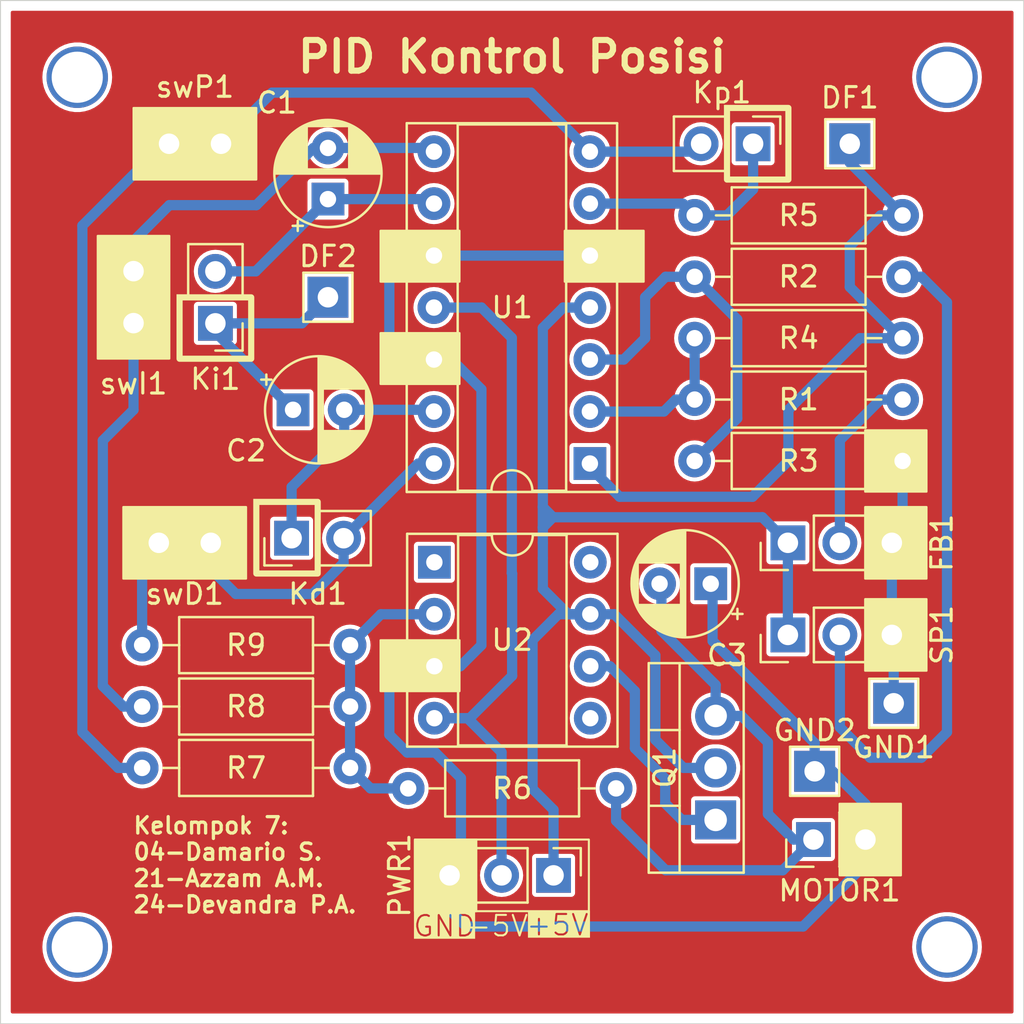
<source format=kicad_pcb>
(kicad_pcb (version 20240108) (generator "pcbnew") (generator_version "8.0")
  (title_block (date "2024-05-29"))
  (layers (0 "F.Cu" signal) (31 "B.Cu" signal) (34 "B.Paste" user) (35 "F.Paste" user) (36 "B.SilkS" user "B.Silkscreen") (37 "F.SilkS" user "F.Silkscreen") (38 "B.Mask" user) (39 "F.Mask" user) (44 "Edge.Cuts" user))
  (net 0 "")
  (net 1 "Net-(Ki1-Pin_2)")
  (net 2 "Net-(swI1-Pin_1)")
  (net 3 "Net-(Kd1-Pin_1)")
  (net 4 "diff out")
  (net 5 "motor+")
  (net 6 "GND")
  (net 7 "feedback")
  (net 8 "+5V")
  (net 9 "Net-(Kd1-Pin_2)")
  (net 10 "Net-(Kp1-Pin_1)")
  (net 11 "Net-(Kp1-Pin_2)")
  (net 12 "-5V")
  (net 13 "Net-(Q1-B)")
  (net 14 "Net-(U1A--)")
  (net 15 "setpoint")
  (net 16 "Net-(U1A-+)")
  (net 17 "sum in")
  (net 18 "Net-(swP1-Pin_2)")
  (net 19 "Net-(swI1-Pin_2)")
  (net 20 "Net-(swD1-Pin_2)")
  (footprint "Resistor_THT:R_Axial_DIN0207_L6.3mm_D2.5mm_P10.16mm_Horizontal" (layer "F.Cu") (at 59.08 28.5 180)
    (property "Reference" "R2" (at 5.08 0 180) (layer "F.SilkS"))
    (property "Value" "1k")
    (pad "1" thru_hole circle (at 0 0 180) (size 1.6 1.6) (drill 0.8) (layers "*.Cu" "*.Mask") (net 15 "setpoint"))
    (pad "2" thru_hole oval (at 10.16 0 180) (size 1.6 1.6) (drill 0.8) (layers "*.Cu" "*.Mask") (net 16 "Net-(U1A-+)"))
  )
  (footprint "Package_DIP:DIP-8_W7.62mm_Socket" (layer "F.Cu") (at 36.2 42.45)
    (property "Reference" "U2" (at 3.8 3.8 0) (layer "F.SilkS"))
    (property "Value" "LM741")
    (pad "1" thru_hole rect (at 0 0) (size 1.6 1.6) (drill 0.8) (layers "*.Cu" "*.Mask"))
    (pad "2" thru_hole oval (at 0 2.54) (size 1.6 1.6) (drill 0.8) (layers "*.Cu" "*.Mask") (net 17 "sum in"))
    (pad "3" thru_hole oval (at 0 5.08) (size 1.6 1.6) (drill 0.8) (layers "*.Cu" "*.Mask") (net 6 "GND"))
    (pad "4" thru_hole oval (at 0 7.62) (size 1.6 1.6) (drill 0.8) (layers "*.Cu" "*.Mask") (net 12 "-5V"))
    (pad "5" thru_hole oval (at 7.62 7.62) (size 1.6 1.6) (drill 0.8) (layers "*.Cu" "*.Mask"))
    (pad "6" thru_hole oval (at 7.62 5.08) (size 1.6 1.6) (drill 0.8) (layers "*.Cu" "*.Mask") (net 13 "Net-(Q1-B)"))
    (pad "7" thru_hole oval (at 7.62 2.54) (size 1.6 1.6) (drill 0.8) (layers "*.Cu" "*.Mask") (net 8 "+5V"))
    (pad "8" thru_hole oval (at 7.62 0) (size 1.6 1.6) (drill 0.8) (layers "*.Cu" "*.Mask"))
  )
  (footprint "Connector_PinHeader_2.54mm:PinHeader_1x02_P2.54mm_Vertical" (layer "F.Cu") (at 25.5 30.775 180)
    (property "Reference" "Ki1" (at 0 -2.725 180) (layer "F.SilkS"))
    (property "Value" "Ki")
    (pad "1" thru_hole rect (at 0 0 180) (size 1.7 1.7) (drill 1) (layers "*.Cu" "*.Mask") (net 4 "diff out"))
    (pad "2" thru_hole oval (at 0 2.54 180) (size 1.7 1.7) (drill 1) (layers "*.Cu" "*.Mask") (net 1 "Net-(Ki1-Pin_2)"))
  )
  (footprint "TestPoint:TestPoint_THTPad_2.0x2.0mm_Drill1.0mm" (layer "F.Cu") (at 58.646343 49.340854)
    (property "Reference" "GND1" (at 0 2.159146 0) (layer "F.SilkS"))
    (property "Value" "GND")
    (pad "1" thru_hole rect (at 0 0) (size 2 2) (drill 1) (layers "*.Cu" "*.Mask") (net 6 "GND"))
  )
  (footprint "TestPoint:TestPoint_THTPad_2.0x2.0mm_Drill1.0mm" (layer "F.Cu") (at 54.782924 52.665039)
    (property "Reference" "GND2" (at 0 -1.998 0) (layer "F.SilkS"))
    (property "Value" "GND")
    (pad "1" thru_hole rect (at 0 0) (size 2 2) (drill 1) (layers "*.Cu" "*.Mask") (net 6 "GND"))
  )
  (footprint "Connector_PinHeader_2.54mm:PinHeader_1x02_P2.54mm_Vertical" (layer "F.Cu") (at 25.275 41.5 -90)
    (property "Reference" "swD1" (at 2.5 1.275 180) (layer "F.SilkS"))
    (property "Value" "sw D")
    (pad "1" thru_hole rect (at 0 0 270) (size 1.7 1.7) (drill 1) (layers "*.Cu" "*.Mask") (net 9 "Net-(Kd1-Pin_2)"))
    (pad "2" thru_hole oval (at 0 2.54 270) (size 1.7 1.7) (drill 1) (layers "*.Cu" "*.Mask") (net 20 "Net-(swD1-Pin_2)"))
  )
  (footprint "Resistor_THT:R_Axial_DIN0207_L6.3mm_D2.5mm_P10.16mm_Horizontal" (layer "F.Cu") (at 21.92 49.5)
    (property "Reference" "R8" (at 5.08 0 0) (layer "F.SilkS"))
    (property "Value" "1k")
    (pad "1" thru_hole circle (at 0 0) (size 1.6 1.6) (drill 0.8) (layers "*.Cu" "*.Mask") (net 19 "Net-(swI1-Pin_2)"))
    (pad "2" thru_hole oval (at 10.16 0) (size 1.6 1.6) (drill 0.8) (layers "*.Cu" "*.Mask") (net 17 "sum in"))
  )
  (footprint "Connector_PinHeader_2.54mm:PinHeader_1x02_P2.54mm_Vertical" (layer "F.Cu") (at 21.5 28.225)
    (property "Reference" "swI1" (at 0 5.5 0) (layer "F.SilkS"))
    (property "Value" "swI")
    (pad "1" thru_hole rect (at 0 0) (size 1.7 1.7) (drill 1) (layers "*.Cu" "*.Mask") (net 2 "Net-(swI1-Pin_1)"))
    (pad "2" thru_hole oval (at 0 2.54) (size 1.7 1.7) (drill 1) (layers "*.Cu" "*.Mask") (net 19 "Net-(swI1-Pin_2)"))
  )
  (footprint "Resistor_THT:R_Axial_DIN0207_L6.3mm_D2.5mm_P10.16mm_Horizontal" (layer "F.Cu") (at 48.92 31.5)
    (property "Reference" "R4" (at 5.08 0 0) (layer "F.SilkS"))
    (property "Value" "1k")
    (pad "1" thru_hole circle (at 0 0) (size 1.6 1.6) (drill 0.8) (layers "*.Cu" "*.Mask") (net 14 "Net-(U1A--)"))
    (pad "2" thru_hole oval (at 10.16 0) (size 1.6 1.6) (drill 0.8) (layers "*.Cu" "*.Mask") (net 4 "diff out"))
  )
  (footprint "TestPoint:TestPoint_THTPad_2.0x2.0mm_Drill1.0mm" (layer "F.Cu") (at 31 29.5)
    (property "Reference" "DF2" (at 0 -1.998 0) (layer "F.SilkS"))
    (property "Value" "diffout")
    (pad "1" thru_hole rect (at 0 0) (size 2 2) (drill 1) (layers "*.Cu" "*.Mask") (net 4 "diff out"))
  )
  (footprint "Resistor_THT:R_Axial_DIN0207_L6.3mm_D2.5mm_P10.16mm_Horizontal" (layer "F.Cu") (at 21.92 52.5)
    (property "Reference" "R7" (at 5.08 0 0) (layer "F.SilkS"))
    (property "Value" "1k")
    (pad "1" thru_hole circle (at 0 0) (size 1.6 1.6) (drill 0.8) (layers "*.Cu" "*.Mask") (net 18 "Net-(swP1-Pin_2)"))
    (pad "2" thru_hole oval (at 10.16 0) (size 1.6 1.6) (drill 0.8) (layers "*.Cu" "*.Mask") (net 17 "sum in"))
  )
  (footprint "Package_TO_SOT_THT:TO-220-3_Vertical" (layer "F.Cu") (at 49.945 55.04 90)
    (property "Reference" "Q1" (at 2.555305 -2.486706 -90) (layer "F.SilkS"))
    (property "Value" "TIP41C")
    (pad "1" thru_hole rect (at 0 0 90) (size 1.905 2) (drill 1.1) (layers "*.Cu" "*.Mask") (net 13 "Net-(Q1-B)"))
    (pad "2" thru_hole oval (at 2.54 0 90) (size 1.905 2) (drill 1.1) (layers "*.Cu" "*.Mask") (net 8 "+5V"))
    (pad "3" thru_hole oval (at 5.08 0 90) (size 1.905 2) (drill 1.1) (layers "*.Cu" "*.Mask") (net 5 "motor+"))
  )
  (footprint "Package_DIP:DIP-14_W7.62mm_Socket" (layer "F.Cu") (at 43.8 37.625 180)
    (property "Reference" "U1" (at 3.8 7.625 180) (layer "F.SilkS"))
    (property "Value" "LM324")
    (pad "1" thru_hole rect (at 0 0 180) (size 1.6 1.6) (drill 0.8) (layers "*.Cu" "*.Mask") (net 4 "diff out"))
    (pad "2" thru_hole oval (at 0 2.54 180) (size 1.6 1.6) (drill 0.8) (layers "*.Cu" "*.Mask") (net 14 "Net-(U1A--)"))
    (pad "3" thru_hole oval (at 0 5.08 180) (size 1.6 1.6) (drill 0.8) (layers "*.Cu" "*.Mask") (net 16 "Net-(U1A-+)"))
    (pad "4" thru_hole oval (at 0 7.62 180) (size 1.6 1.6) (drill 0.8) (layers "*.Cu" "*.Mask") (net 8 "+5V"))
    (pad "5" thru_hole oval (at 0 10.16 180) (size 1.6 1.6) (drill 0.8) (layers "*.Cu" "*.Mask") (net 6 "GND"))
    (pad "6" thru_hole oval (at 0 12.7 180) (size 1.6 1.6) (drill 0.8) (layers "*.Cu" "*.Mask") (net 10 "Net-(Kp1-Pin_1)"))
    (pad "7" thru_hole oval (at 0 15.24 180) (size 1.6 1.6) (drill 0.8) (layers "*.Cu" "*.Mask") (net 11 "Net-(Kp1-Pin_2)"))
    (pad "8" thru_hole oval (at 7.62 15.24 180) (size 1.6 1.6) (drill 0.8) (layers "*.Cu" "*.Mask") (net 2 "Net-(swI1-Pin_1)"))
    (pad "9" thru_hole oval (at 7.62 12.7 180) (size 1.6 1.6) (drill 0.8) (layers "*.Cu" "*.Mask") (net 1 "Net-(Ki1-Pin_2)"))
    (pad "10" thru_hole oval (at 7.62 10.16 180) (size 1.6 1.6) (drill 0.8) (layers "*.Cu" "*.Mask") (net 6 "GND"))
    (pad "11" thru_hole oval (at 7.62 7.62 180) (size 1.6 1.6) (drill 0.8) (layers "*.Cu" "*.Mask") (net 12 "-5V"))
    (pad "12" thru_hole oval (at 7.62 5.08 180) (size 1.6 1.6) (drill 0.8) (layers "*.Cu" "*.Mask") (net 6 "GND"))
    (pad "13" thru_hole oval (at 7.62 2.54 180) (size 1.6 1.6) (drill 0.8) (layers "*.Cu" "*.Mask") (net 3 "Net-(Kd1-Pin_1)"))
    (pad "14" thru_hole oval (at 7.62 0 180) (size 1.6 1.6) (drill 0.8) (layers "*.Cu" "*.Mask") (net 9 "Net-(Kd1-Pin_2)"))
  )
  (footprint "Capacitor_THT:CP_Radial_D5.0mm_P2.50mm" (layer "F.Cu") (at 31 24.70511 90)
    (property "Reference" "C1" (at 4.70511 -2.5 0) (layer "F.SilkS"))
    (property "Value" "10uF")
    (pad "1" thru_hole rect (at 0 0 90) (size 1.6 1.6) (drill 0.8) (layers "*.Cu" "*.Mask") (net 1 "Net-(Ki1-Pin_2)"))
    (pad "2" thru_hole circle (at 2.5 0 90) (size 1.6 1.6) (drill 0.8) (layers "*.Cu" "*.Mask") (net 2 "Net-(swI1-Pin_1)"))
  )
  (footprint "Capacitor_THT:CP_Radial_D5.0mm_P2.50mm" (layer "F.Cu") (at 49.705113 43.499999 180)
    (property "Reference" "C3" (at -0.794888 -3.5 180) (layer "F.SilkS"))
    (property "Value" "10uF")
    (pad "1" thru_hole rect (at 0 0 180) (size 1.6 1.6) (drill 0.8) (layers "*.Cu" "*.Mask") (net 6 "GND"))
    (pad "2" thru_hole circle (at 2.5 0 180) (size 1.6 1.6) (drill 0.8) (layers "*.Cu" "*.Mask") (net 5 "motor+"))
  )
  (footprint "Connector_PinHeader_2.54mm:PinHeader_1x03_P2.54mm_Vertical" (layer "F.Cu") (at 53.475 46 90)
    (property "Reference" "SP1" (at 0 7.525 -90) (layer "F.SilkS"))
    (property "Value" "setpoint")
    (pad "1" thru_hole rect (at 0 0 90) (size 1.7 1.7) (drill 1) (layers "*.Cu" "*.Mask") (net 8 "+5V"))
    (pad "2" thru_hole oval (at 0 2.54 90) (size 1.7 1.7) (drill 1) (layers "*.Cu" "*.Mask") (net 15 "setpoint"))
    (pad "3" thru_hole oval (at 0 5.08 90) (size 1.7 1.7) (drill 1) (layers "*.Cu" "*.Mask") (net 6 "GND"))
  )
  (footprint "Capacitor_THT:CP_Radial_D5.0mm_P2.50mm" (layer "F.Cu") (at 29.294888 35)
    (property "Reference" "C2" (at -2.294888 2 0) (layer "F.SilkS"))
    (property "Value" "10uF")
    (pad "1" thru_hole rect (at 0 0) (size 1.6 1.6) (drill 0.8) (layers "*.Cu" "*.Mask") (net 4 "diff out"))
    (pad "2" thru_hole circle (at 2.5 0) (size 1.6 1.6) (drill 0.8) (layers "*.Cu" "*.Mask") (net 3 "Net-(Kd1-Pin_1)"))
  )
  (footprint "Connector_PinHeader_2.54mm:PinHeader_1x02_P2.54mm_Vertical" (layer "F.Cu") (at 29.225 41.275 90)
    (property "Reference" "Kd1" (at -2.725 1.275 0) (layer "F.SilkS"))
    (property "Value" "Kd")
    (pad "1" thru_hole rect (at 0 0 90) (size 1.7 1.7) (drill 1) (layers "*.Cu" "*.Mask") (net 3 "Net-(Kd1-Pin_1)"))
    (pad "2" thru_hole oval (at 0 2.54 90) (size 1.7 1.7) (drill 1) (layers "*.Cu" "*.Mask") (net 9 "Net-(Kd1-Pin_2)"))
  )
  (footprint "Resistor_THT:R_Axial_DIN0207_L6.3mm_D2.5mm_P10.16mm_Horizontal" (layer "F.Cu") (at 59.08 34.5 180)
    (property "Reference" "R1" (at 5.08 0 180) (layer "F.SilkS"))
    (property "Value" "1k")
    (pad "1" thru_hole circle (at 0 0 180) (size 1.6 1.6) (drill 0.8) (layers "*.Cu" "*.Mask") (net 7 "feedback"))
    (pad "2" thru_hole oval (at 10.16 0 180) (size 1.6 1.6) (drill 0.8) (layers "*.Cu" "*.Mask") (net 14 "Net-(U1A--)"))
  )
  (footprint "Resistor_THT:R_Axial_DIN0207_L6.3mm_D2.5mm_P10.16mm_Horizontal" (layer "F.Cu") (at 48.92 37.5)
    (property "Reference" "R3" (at 5.08 0 0) (layer "F.SilkS"))
    (property "Value" "1k")
    (pad "1" thru_hole circle (at 0 0) (size 1.6 1.6) (drill 0.8) (layers "*.Cu" "*.Mask") (net 16 "Net-(U1A-+)"))
    (pad "2" thru_hole oval (at 10.16 0) (size 1.6 1.6) (drill 0.8) (layers "*.Cu" "*.Mask") (net 6 "GND"))
  )
  (footprint "Resistor_THT:R_Axial_DIN0207_L6.3mm_D2.5mm_P10.16mm_Horizontal" (layer "F.Cu") (at 34.92 53.5)
    (property "Reference" "R6" (at 5.08 0 0) (layer "F.SilkS"))
    (property "Value" "1k")
    (pad "1" thru_hole circle (at 0 0) (size 1.6 1.6) (drill 0.8) (layers "*.Cu" "*.Mask") (net 17 "sum in"))
    (pad "2" thru_hole oval (at 10.16 0) (size 1.6 1.6) (drill 0.8) (layers "*.Cu" "*.Mask") (net 5 "motor+"))
  )
  (footprint "Connector_PinHeader_2.54mm:PinHeader_1x03_P2.54mm_Vertical" (layer "F.Cu") (at 53.475 41.5 90)
    (property "Reference" "FB1" (at 0 7.525 -90) (layer "F.SilkS"))
    (property "Value" "feedback")
    (pad "1" thru_hole rect (at 0 0 90) (size 1.7 1.7) (drill 1) (layers "*.Cu" "*.Mask") (net 8 "+5V"))
    (pad "2" thru_hole oval (at 0 2.54 90) (size 1.7 1.7) (drill 1) (layers "*.Cu" "*.Mask") (net 7 "feedback"))
    (pad "3" thru_hole oval (at 0 5.08 90) (size 1.7 1.7) (drill 1) (layers "*.Cu" "*.Mask") (net 6 "GND"))
  )
  (footprint "Connector_PinHeader_2.54mm:PinHeader_1x02_P2.54mm_Vertical" (layer "F.Cu") (at 25.775 22 -90)
    (property "Reference" "swP1" (at -2.775 1.275 180) (layer "F.SilkS"))
    (property "Value" "sw P")
    (pad "1" thru_hole rect (at 0 0 270) (size 1.7 1.7) (drill 1) (layers "*.Cu" "*.Mask") (net 11 "Net-(Kp1-Pin_2)"))
    (pad "2" thru_hole oval (at 0 2.54 270) (size 1.7 1.7) (drill 1) (layers "*.Cu" "*.Mask") (net 18 "Net-(swP1-Pin_2)"))
  )
  (footprint "Connector_PinHeader_2.54mm:PinHeader_1x03_P2.54mm_Vertical" (layer "F.Cu") (at 42.025 57.75 -90)
    (property "Reference" "PWR1" (at 0 7.525 90) (layer "F.SilkS"))
    (property "Value" "power")
    (pad "1" thru_hole rect (at 0 0 270) (size 1.7 1.7) (drill 1) (layers "*.Cu" "*.Mask") (net 8 "+5V"))
    (pad "2" thru_hole oval (at 0 2.54 270) (size 1.7 1.7) (drill 1) (layers "*.Cu" "*.Mask") (net 12 "-5V"))
    (pad "3" thru_hole oval (at 0 5.08 270) (size 1.7 1.7) (drill 1) (layers "*.Cu" "*.Mask") (net 6 "GND"))
  )
  (footprint "Connector_PinHeader_2.54mm:PinHeader_1x02_P2.54mm_Vertical" (layer "F.Cu") (at 54.725 56 90)
    (property "Reference" "MOTOR1" (at -2.5 1.275 0) (layer "F.SilkS"))
    (property "Value" "motor")
    (pad "1" thru_hole rect (at 0 0 90) (size 1.7 1.7) (drill 1) (layers "*.Cu" "*.Mask") (net 5 "motor+"))
    (pad "2" thru_hole oval (at 0 2.54 90) (size 1.7 1.7) (drill 1) (layers "*.Cu" "*.Mask") (net 6 "GND"))
  )
  (footprint "TestPoint:TestPoint_THTPad_2.0x2.0mm_Drill1.0mm" (layer "F.Cu") (at 56.5 22)
    (property "Reference" "DF1" (at 0 -2.25 0) (layer "F.SilkS"))
    (property "Value" "diffout")
    (pad "1" thru_hole rect (at 0 0) (size 2 2) (drill 1) (layers "*.Cu" "*.Mask") (net 4 "diff out"))
  )
  (footprint "Connector_PinHeader_2.54mm:PinHeader_1x02_P2.54mm_Vertical" (layer "F.Cu") (at 51.775 22 -90)
    (property "Reference" "Kp1" (at -2.5 1.525 180) (layer "F.SilkS"))
    (property "Value" "Kp")
    (pad "1" thru_hole rect (at 0 0 270) (size 1.7 1.7) (drill 1) (layers "*.Cu" "*.Mask") (net 10 "Net-(Kp1-Pin_1)"))
    (pad "2" thru_hole oval (at 0 2.54 270) (size 1.7 1.7) (drill 1) (layers "*.Cu" "*.Mask") (net 11 "Net-(Kp1-Pin_2)"))
  )
  (footprint "Resistor_THT:R_Axial_DIN0207_L6.3mm_D2.5mm_P10.16mm_Horizontal" (layer "F.Cu") (at 21.92 46.5)
    (property "Reference" "R9" (at 5.08 0 0) (layer "F.SilkS"))
    (property "Value" "1k")
    (pad "1" thru_hole circle (at 0 0) (size 1.6 1.6) (drill 0.8) (layers "*.Cu" "*.Mask") (net 20 "Net-(swD1-Pin_2)"))
    (pad "2" thru_hole oval (at 10.16 0) (size 1.6 1.6) (drill 0.8) (layers "*.Cu" "*.Mask") (net 17 "sum in"))
  )
  (footprint "Resistor_THT:R_Axial_DIN0207_L6.3mm_D2.5mm_P10.16mm_Horizontal" (layer "F.Cu") (at 59.08 25.5 180)
    (property "Reference" "R5" (at 5.08 0 180) (layer "F.SilkS"))
    (property "Value" "1k")
    (pad "1" thru_hole circle (at 0 0 180) (size 1.6 1.6) (drill 0.8) (layers "*.Cu" "*.Mask") (net 4 "diff out"))
    (pad "2" thru_hole oval (at 10.16 0 180) (size 1.6 1.6) (drill 0.8) (layers "*.Cu" "*.Mask") (net 10 "Net-(Kp1-Pin_1)"))
  )
  (gr_rect (start 35.25 56) (end 43.75 59.5) (stroke (width 0.1)) (fill none) (layer "F.SilkS"))
  (gr_rect (start 33.57 31.25) (end 37.43 33.74) (stroke (width 0.1)) (fill solid) (layer "F.SilkS"))
  (gr_rect (start 57.25 36) (end 60.25 39) (stroke (width 0.1)) (fill solid) (layer "F.SilkS"))
  (gr_rect (start 56 54.25) (end 59 57.75) (stroke (width 0.1)) (fill solid) (layer "F.SilkS"))
  (gr_rect (start 57.25 44.25) (end 60.25 47.75) (stroke (width 0.1)) (fill solid) (layer "F.SilkS"))
  (gr_rect (start 33.57 26.25) (end 37.43 28.74) (stroke (width 0.1)) (fill solid) (layer "F.SilkS"))
  (gr_rect (start 57.25 39.75) (end 60.25 43.25) (stroke (width 0.1)) (fill solid) (layer "F.SilkS"))
  (gr_rect (start 19.75 26.5) (end 23.25 32.5) (stroke (width 0.1)) (fill solid) (layer "F.SilkS"))
  (gr_rect (start 50.5 20.25) (end 53.5 23.75) (stroke (width 0.3)) (fill none) (layer "F.SilkS"))
  (gr_rect (start 42.57 26.25) (end 46.43 28.74) (stroke (width 0.1)) (fill solid) (layer "F.SilkS"))
  (gr_rect (start 35.25 56) (end 38.25 59.5) (stroke (width 0.1)) (fill solid) (layer "F.SilkS"))
  (gr_rect (start 33.57 46.26) (end 37.43 48.75) (stroke (width 0.1)) (fill solid) (layer "F.SilkS"))
  (gr_rect (start 27.5 39.5) (end 30.5 43) (stroke (width 0.3)) (fill none) (layer "F.SilkS"))
  (gr_rect (start 21.5 20.25) (end 27.5 23.75) (stroke (width 0.1)) (fill solid) (layer "F.SilkS"))
  (gr_rect (start 23.75 29.505) (end 27.25 32.505) (stroke (width 0.3)) (fill none) (layer "F.SilkS"))
  (gr_rect (start 21 39.75) (end 27 43.25) (stroke (width 0.1)) (fill solid) (layer "F.SilkS"))
  (gr_rect (start 15 15) (end 65 65) (stroke (width 0.05)) (fill none) (layer "Edge.Cuts"))
  (gr_text "GND\n" (at 36.697606 60.229042 0) (layer "F.SilkS" knockout) (effects (font (size 1 1) (thickness 0.1))))
  (gr_text "-5V" (at 39.269468 60.223803 0) (layer "F.SilkS") (effects (font (size 1 1) (thickness 0.1))))
  (gr_text "+5V" (at 42.215586 60.178137 0) (layer "F.SilkS" knockout) (effects (font (size 1 1) (thickness 0.1))))
  (gr_text "PID Kontrol Posisi" (at 40 17.75 0) (layer "F.SilkS") (effects (font (size 1.5 1.5) (thickness 0.3) (bold yes))))
  (gr_text_box "Kelompok 7:\n04-Damario S.\n21-Azzam A.M.\n24-Devandra P.A." (start 20.8125 54.25) (end 33.1875 59.25) (layer "F.SilkS") (effects (font (size 0.8 0.8) (thickness 0.16) (bold yes)) (justify left top)) (border no))
  (via (at 18.75 18.75) (size 3) (drill 2.5) (layers "F.Cu" "B.Cu") (net 0))
  (via (at 61.25 61.25) (size 3) (drill 2.5) (layers "F.Cu" "B.Cu") (net 0))
  (via (at 18.75 61.25) (size 3) (drill 2.5) (layers "F.Cu" "B.Cu") (net 0))
  (via (at 61.25 18.75) (size 3) (drill 2.5) (layers "F.Cu" "B.Cu") (net 0))
  (segment (start 27.47011 28.235) (end 31 24.70511) (width 0.5) (layer "B.Cu") (net 1))
  (segment (start 35.96011 24.70511) (end 36.18 24.925) (width 0.5) (layer "B.Cu") (net 1))
  (segment (start 31 24.70511) (end 35.96011 24.70511) (width 0.5) (layer "B.Cu") (net 1))
  (segment (start 25.5 28.235) (end 27.47011 28.235) (width 0.5) (layer "B.Cu") (net 1))
  (segment (start 36.00011 22.20511) (end 36.18 22.385) (width 0.5) (layer "B.Cu") (net 2))
  (segment (start 21.5 28.225) (end 21.5 28) (width 0.5) (layer "B.Cu") (net 2))
  (segment (start 23.25 25) (end 21.5 26.75) (width 0.5) (layer "B.Cu") (net 2))
  (segment (start 31 22.20511) (end 30.29489 22.20511) (width 0.5) (layer "B.Cu") (net 2))
  (segment (start 21.5 26.75) (end 21.5 28.225) (width 0.5) (layer "B.Cu") (net 2))
  (segment (start 31 22.20511) (end 36.00011 22.20511) (width 0.5) (layer "B.Cu") (net 2))
  (segment (start 30.29489 22.20511) (end 27.5 25) (width 0.5) (layer "B.Cu") (net 2))
  (segment (start 27.5 25) (end 23.25 25) (width 0.5) (layer "B.Cu") (net 2))
  (segment (start 31.794888 35) (end 36.095 35) (width 0.5) (layer "B.Cu") (net 3))
  (segment (start 31.794888 35) (end 31.794888 36.205112) (width 0.5) (layer "B.Cu") (net 3))
  (segment (start 29.225 38.775) (end 29.225 41.275) (width 0.5) (layer "B.Cu") (net 3))
  (segment (start 31.794888 36.205112) (end 29.225 38.775) (width 0.5) (layer "B.Cu") (net 3))
  (segment (start 36.095 35) (end 36.18 35.085) (width 0.5) (layer "B.Cu") (net 3))
  (segment (start 43.8 37.625) (end 43.8 37.8) (width 0.5) (layer "B.Cu") (net 4))
  (segment (start 45.25 39.25) (end 51.75 39.25) (width 0.5) (layer "B.Cu") (net 4))
  (segment (start 25.5 31.205112) (end 29.294888 35) (width 0.5) (layer "B.Cu") (net 4))
  (segment (start 43.8 37.8) (end 45.25 39.25) (width 0.5) (layer "B.Cu") (net 4))
  (segment (start 57 31.5) (end 59.08 31.5) (width 0.5) (layer "B.Cu") (net 4))
  (segment (start 58 25.5) (end 59.08 25.5) (width 0.5) (layer "B.Cu") (net 4))
  (segment (start 29.725 30.775) (end 31 29.5) (width 0.5) (layer "B.Cu") (net 4))
  (segment (start 56.5 22.92) (end 59.08 25.5) (width 0.5) (layer "B.Cu") (net 4))
  (segment (start 53.5 37.5) (end 53.5 35) (width 0.5) (layer "B.Cu") (net 4))
  (segment (start 53.5 35) (end 57 31.5) (width 0.5) (layer "B.Cu") (net 4))
  (segment (start 25.5 30.775) (end 25.5 31.205112) (width 0.5) (layer "B.Cu") (net 4))
  (segment (start 59 31.5) (end 56.5 29) (width 0.5) (layer "B.Cu") (net 4))
  (segment (start 56.5 22) (end 56.5 22.92) (width 0.5) (layer "B.Cu") (net 4))
  (segment (start 59.08 31.5) (end 59 31.5) (width 0.5) (layer "B.Cu") (net 4))
  (segment (start 56.5 29) (end 56.5 27) (width 0.5) (layer "B.Cu") (net 4))
  (segment (start 56.5 27) (end 58 25.5) (width 0.5) (layer "B.Cu") (net 4))
  (segment (start 51.75 39.25) (end 53.5 37.5) (width 0.5) (layer "B.Cu") (net 4))
  (segment (start 25.5 30.775) (end 29.725 30.775) (width 0.5) (layer "B.Cu") (net 4))
  (segment (start 52.5 51.25) (end 52.5 54.75) (width 0.5) (layer "B.Cu") (net 5))
  (segment (start 52.5 54.75) (end 53.75 56) (width 0.5) (layer "B.Cu") (net 5))
  (segment (start 47.294888 45.794888) (end 47.294888 43.5) (width 0.5) (layer "B.Cu") (net 5))
  (segment (start 49.945 49.96) (end 51.21 49.96) (width 0.5) (layer "B.Cu") (net 5))
  (segment (start 47.5 57.5) (end 53.225 57.5) (width 0.5) (layer "B.Cu") (net 5))
  (segment (start 45.08 55.08) (end 47.5 57.5) (width 0.5) (layer "B.Cu") (net 5))
  (segment (start 53.75 56) (end 54.725 56) (width 0.5) (layer "B.Cu") (net 5))
  (segment (start 53.225 57.5) (end 54.725 56) (width 0.5) (layer "B.Cu") (net 5))
  (segment (start 51.21 49.96) (end 52.5 51.25) (width 0.5) (layer "B.Cu") (net 5))
  (segment (start 49.945 49.96) (end 49.945 48.445) (width 0.5) (layer "B.Cu") (net 5))
  (segment (start 45.08 53.5) (end 45.08 55.08) (width 0.5) (layer "B.Cu") (net 5))
  (segment (start 49.945 48.445) (end 47.294888 45.794888) (width 0.5) (layer "B.Cu") (net 5))
  (segment (start 58.555 41.5) (end 58.555 46) (width 0.5) (layer "B.Cu") (net 6))
  (segment (start 37.5 57.195) (end 37.5 53) (width 0.5) (layer "B.Cu") (net 6))
  (segment (start 37.47 47.53) (end 38.5 46.5) (width 0.5) (layer "B.Cu") (net 6))
  (segment (start 36.18 27.465) (end 43.8 27.465) (width 0.5) (layer "B.Cu") (net 6))
  (segment (start 54.782924 51.282924) (end 54.782924 52.665039) (width 0.5) (layer "B.Cu") (net 6))
  (segment (start 59.08 40.975) (end 58.555 41.5) (width 0.5) (layer "B.Cu") (net 6))
  (segment (start 34 48.25) (end 34.72 47.53) (width 0.5) (layer "B.Cu") (net 6))
  (segment (start 34 31.5) (end 35.045 32.545) (width 0.5) (layer "B.Cu") (net 6))
  (segment (start 58.646343 49.340854) (end 58.646343 46.091343) (width 0.5) (layer "B.Cu") (net 6))
  (segment (start 57.265 54.265) (end 57.265 56) (width 0.5) (layer "B.Cu") (net 6))
  (segment (start 54.782924 52.665039) (end 55.665039 52.665039) (width 0.5) (layer "B.Cu") (net 6))
  (segment (start 34.875 51.75) (end 34 50.875) (width 0.5) (layer "B.Cu") (net 6))
  (segment (start 36.25 51.75) (end 34.875 51.75) (width 0.5) (layer "B.Cu") (net 6))
  (segment (start 55.665039 52.665039) (end 57.265 54.265) (width 0.5) (layer "B.Cu") (net 6))
  (segment (start 36.945 59.445) (end 36.945 57.75) (width 0.5) (layer "B.Cu") (net 6))
  (segment (start 35.045 32.545) (end 36.18 32.545) (width 0.5) (layer "B.Cu") (net 6))
  (segment (start 34 28.5) (end 34 31.5) (width 0.5) (layer "B.Cu") (net 6))
  (segment (start 49.794888 43.5) (end 49.794888 46.294888) (width 0.5) (layer "B.Cu") (net 6))
  (segment (start 58.646343 46.091343) (end 58.555 46) (width 0.5) (layer "B.Cu") (net 6))
  (segment (start 49.794888 46.294888) (end 54.782924 51.282924) (width 0.5) (layer "B.Cu") (net 6))
  (segment (start 38.5 46.5) (end 38.5 34) (width 0.5) (layer "B.Cu") (net 6))
  (segment (start 34.72 47.53) (end 36.2 47.53) (width 0.5) (layer "B.Cu") (net 6))
  (segment (start 36.18 27.465) (end 35.035 27.465) (width 0.5) (layer "B.Cu") (net 6))
  (segment (start 37.045 32.545) (end 36.18 32.545) (width 0.5) (layer "B.Cu") (net 6))
  (segment (start 34 50.875) (end 34 48.25) (width 0.5) (layer "B.Cu") (net 6))
  (segment (start 57.265 56) (end 57.265 57.202081) (width 0.5) (layer "B.Cu") (net 6))
  (segment (start 57.265 57.202081) (end 54.217081 60.25) (width 0.5) (layer "B.Cu") (net 6))
  (segment (start 37.75 60.25) (end 36.945 59.445) (width 0.5) (layer "B.Cu") (net 6))
  (segment (start 59.08 37.5) (end 59.08 40.975) (width 0.5) (layer "B.Cu") (net 6))
  (segment (start 37.5 53) (end 36.25 51.75) (width 0.5) (layer "B.Cu") (net 6))
  (segment (start 36.2 47.53) (end 37.47 47.53) (width 0.5) (layer "B.Cu") (net 6))
  (segment (start 36.945 57.75) (end 37.5 57.195) (width 0.5) (layer "B.Cu") (net 6))
  (segment (start 35.035 27.465) (end 34 28.5) (width 0.5) (layer "B.Cu") (net 6))
  (segment (start 38.5 34) (end 37.045 32.545) (width 0.5) (layer "B.Cu") (net 6))
  (segment (start 54.217081 60.25) (end 37.75 60.25) (width 0.5) (layer "B.Cu") (net 6))
  (segment (start 56.015 36.485) (end 58 34.5) (width 0.5) (layer "B.Cu") (net 7))
  (segment (start 58 34.5) (end 59.08 34.5) (width 0.5) (layer "B.Cu") (net 7))
  (segment (start 56.015 41.5) (end 56.015 36.485) (width 0.5) (layer "B.Cu") (net 7))
  (segment (start 42 40.25) (end 41.5 40.75) (width 0.5) (layer "B.Cu") (net 8))
  (segment (start 53.475 41.5) (end 53.475 46) (width 0.5) (layer "B.Cu") (net 8))
  (segment (start 41.5 40.75) (end 41.5 41.5) (width 0.5) (layer "B.Cu") (net 8))
  (segment (start 42.025 57.75) (end 42.025 54.55) (width 0.5) (layer "B.Cu") (net 8))
  (segment (start 47 47) (end 47 51.125) (width 0.5) (layer "B.Cu") (net 8))
  (segment (start 43.82 44.99) (end 44.99 44.99) (width 0.5) (layer "B.Cu") (net 8))
  (segment (start 41.5 31) (end 41.5 39.75) (width 0.5) (layer "B.Cu") (net 8))
  (segment (start 41.5 39.75) (end 41.5 40.75) (width 0.5) (layer "B.Cu") (net 8))
  (segment (start 42.26 44.99) (end 43.82 44.99) (width 0.5) (layer "B.Cu") (net 8))
  (segment (start 42.505 30.005) (end 42.5 30) (width 0.5) (layer "B.Cu") (net 8))
  (segment (start 41 53.525) (end 41 46.25) (width 0.5) (layer "B.Cu") (net 8))
  (segment (start 53.475 41.5) (end 52.225 40.25) (width 0.5) (layer "B.Cu") (net 8))
  (segment (start 41.5 42.25) (end 41.5 43.75) (width 0.5) (layer "B.Cu") (net 8))
  (segment (start 42.74 44.99) (end 41.5 43.75) (width 0.5) (layer "B.Cu") (net 8))
  (segment (start 52.225 40.25) (end 42 40.25) (width 0.5) (layer "B.Cu") (net 8))
  (segment (start 48.375 52.5) (end 49.945 52.5) (width 0.5) (layer "B.Cu") (net 8))
  (segment (start 42 40.25) (end 41.5 39.75) (width 0.5) (layer "B.Cu") (net 8))
  (segment (start 44.99 44.99) (end 47 47) (width 0.5) (layer "B.Cu") (net 8))
  (segment (start 42.5 30) (end 41.5 31) (width 0.5) (layer "B.Cu") (net 8))
  (segment (start 43.8 30.005) (end 42.505 30.005) (width 0.5) (layer "B.Cu") (net 8))
  (segment (start 42.025 54.55) (end 41 53.525) (width 0.5) (layer "B.Cu") (net 8))
  (segment (start 43.82 44.99) (end 42.74 44.99) (width 0.5) (layer "B.Cu") (net 8))
  (segment (start 41 46.25) (end 42.26 44.99) (width 0.5) (layer "B.Cu") (net 8))
  (segment (start 47 51.125) (end 48.375 52.5) (width 0.5) (layer "B.Cu") (net 8))
  (segment (start 41.5 41.5) (end 41.5 42.25) (width 0.5) (layer "B.Cu") (net 8))
  (segment (start 30.25 44) (end 31.765 42.485) (width 0.5) (layer "B.Cu") (net 9))
  (segment (start 26.5 44) (end 30.25 44) (width 0.5) (layer "B.Cu") (net 9))
  (segment (start 35.415 37.625) (end 36.18 37.625) (width 0.5) (layer "B.Cu") (net 9))
  (segment (start 31.765 41.275) (end 35.415 37.625) (width 0.5) (layer "B.Cu") (net 9))
  (segment (start 25.275 42.775) (end 26.5 44) (width 0.5) (layer "B.Cu") (net 9))
  (segment (start 31.765 42.485) (end 31.765 41.275) (width 0.5) (layer "B.Cu") (net 9))
  (segment (start 25.275 41.5) (end 25.275 42.775) (width 0.5) (layer "B.Cu") (net 9))
  (segment (start 48.92 25.5) (end 50.5 25.5) (width 0.5) (layer "B.Cu") (net 10))
  (segment (start 48.345 24.925) (end 48.92 25.5) (width 0.5) (layer "B.Cu") (net 10))
  (segment (start 50.5 25.5) (end 51.775 24.225) (width 0.5) (layer "B.Cu") (net 10))
  (segment (start 43.8 24.925) (end 48.345 24.925) (width 0.5) (layer "B.Cu") (net 10))
  (segment (start 51.775 24.225) (end 51.775 22) (width 0.5) (layer "B.Cu") (net 10))
  (segment (start 40.915 19.5) (end 43.8 22.385) (width 0.5) (layer "B.Cu") (net 11))
  (segment (start 43.8 22.385) (end 48.85 22.385) (width 0.5) (layer "B.Cu") (net 11))
  (segment (start 25.775 22) (end 28.275 19.5) (width 0.5) (layer "B.Cu") (net 11))
  (segment (start 26.25 22) (end 25.775 22) (width 0.5) (layer "B.Cu") (net 11))
  (segment (start 28.275 19.5) (end 40.915 19.5) (width 0.5) (layer "B.Cu") (net 11))
  (segment (start 48.85 22.385) (end 49.235 22) (width 0.5) (layer "B.Cu") (net 11))
  (segment (start 39.485 51.735) (end 39.485 57.75) (width 0.5) (layer "B.Cu") (net 12))
  (segment (start 37.82 50.07) (end 39.485 51.735) (width 0.5) (layer "B.Cu") (net 12))
  (segment (start 40 43) (end 39.985 42.985) (width 0.5) (layer "B.Cu") (net 12))
  (segment (start 39.985 31.485) (end 38.5 30) (width 0.5) (layer "B.Cu") (net 12))
  (segment (start 39.985 42.985) (end 39.985 41.5) (width 0.5) (layer "B.Cu") (net 12))
  (segment (start 36.2 50.07) (end 37.93 50.07) (width 0.5) (layer "B.Cu") (net 12))
  (segment (start 39.985 41.5) (end 39.985 31.485) (width 0.5) (layer "B.Cu") (net 12))
  (segment (start 38.495 30.005) (end 36.18 30.005) (width 0.5) (layer "B.Cu") (net 12))
  (segment (start 37.93 50.07) (end 40 48) (width 0.5) (layer "B.Cu") (net 12))
  (segment (start 36.2 50.07) (end 37.82 50.07) (width 0.5) (layer "B.Cu") (net 12))
  (segment (start 38.5 30) (end 38.495 30.005) (width 0.5) (layer "B.Cu") (net 12))
  (segment (start 40 48) (end 40 43) (width 0.5) (layer "B.Cu") (net 12))
  (segment (start 46 48.75) (end 45.999999 51.539213) (width 0.5) (layer "B.Cu") (net 13))
  (segment (start 45.999999 51.539213) (end 47.480393 53.019607) (width 0.5) (layer "B.Cu") (net 13))
  (segment (start 44.78 47.53) (end 46 48.75) (width 0.5) (layer "B.Cu") (net 13))
  (segment (start 47.480393 54.230393) (end 48.29 55.04) (width 0.5) (layer "B.Cu") (net 13))
  (segment (start 47.480393 53.019607) (end 47.480393 54.230393) (width 0.5) (layer "B.Cu") (net 13))
  (segment (start 48.29 55.04) (end 49.945 55.04) (width 0.5) (layer "B.Cu") (net 13))
  (segment (start 43.82 47.53) (end 44.78 47.53) (width 0.5) (layer "B.Cu") (net 13))
  (segment (start 48.92 34.5) (end 48 34.5) (width 0.5) (layer "B.Cu") (net 14))
  (segment (start 47.415 35.085) (end 43.8 35.085) (width 0.5) (layer "B.Cu") (net 14))
  (segment (start 48 34.5) (end 47.415 35.085) (width 0.5) (layer "B.Cu") (net 14))
  (segment (start 48.92 31.5) (end 48.92 34.5) (width 0.5) (layer "B.Cu") (net 14))
  (segment (start 56.015 50.515) (end 57.5 52) (width 0.5) (layer "B.Cu") (net 15))
  (segment (start 61.25 50.75) (end 61.25 29.75) (width 0.5) (layer "B.Cu") (net 15))
  (segment (start 61.25 29.75) (end 60 28.5) (width 0.5) (layer "B.Cu") (net 15))
  (segment (start 56.015 46) (end 56.015 50.515) (width 0.5) (layer "B.Cu") (net 15))
  (segment (start 60 52) (end 61.25 50.75) (width 0.5) (layer "B.Cu") (net 15))
  (segment (start 57.5 52) (end 60 52) (width 0.5) (layer "B.Cu") (net 15))
  (segment (start 60 28.5) (end 59.08 28.5) (width 0.5) (layer "B.Cu") (net 15))
  (segment (start 45.455 32.545) (end 43.8 32.545) (width 0.5) (layer "B.Cu") (net 16))
  (segment (start 51 30.58) (end 48.92 28.5) (width 0.5) (layer "B.Cu") (net 16))
  (segment (start 46.5 29.5) (end 46.5 31.5) (width 0.5) (layer "B.Cu") (net 16))
  (segment (start 46.5 31.5) (end 45.455 32.545) (width 0.5) (layer "B.Cu") (net 16))
  (segment (start 48.92 37.5) (end 51 35.42) (width 0.5) (layer "B.Cu") (net 16))
  (segment (start 47.5 28.5) (end 46.5 29.5) (width 0.5) (layer "B.Cu") (net 16))
  (segment (start 51 35.42) (end 51 30.58) (width 0.5) (layer "B.Cu") (net 16))
  (segment (start 48.92 28.5) (end 47.5 28.5) (width 0.5) (layer "B.Cu") (net 16))
  (segment (start 33.59 44.99) (end 36.2 44.99) (width 0.5) (layer "B.Cu") (net 17))
  (segment (start 32.08 46.5) (end 33.59 44.99) (width 0.5) (layer "B.Cu") (net 17))
  (segment (start 32.08 49.5) (end 32.08 52.5) (width 0.5) (layer "B.Cu") (net 17))
  (segment (start 32.08 46.5) (end 32.08 49.5) (width 0.5) (layer "B.Cu") (net 17))
  (segment (start 32.08 52.5) (end 33.08 53.5) (width 0.5) (layer "B.Cu") (net 17))
  (segment (start 33.08 53.5) (end 34.92 53.5) (width 0.5) (layer "B.Cu") (net 17))
  (segment (start 19 26) (end 23 22) (width 0.5) (layer "B.Cu") (net 18))
  (segment (start 23 22) (end 23.235 22) (width 0.5) (layer "B.Cu") (net 18))
  (segment (start 20.75 52.5) (end 19 50.75) (width 0.5) (layer "B.Cu") (net 18))
  (segment (start 19 50.75) (end 19 26) (width 0.5) (layer "B.Cu") (net 18))
  (segment (start 21.92 52.5) (end 20.75 52.5) (width 0.5) (layer "B.Cu") (net 18))
  (segment (start 21.5 35) (end 21.5 30.765) (width 0.5) (layer "B.Cu") (net 19))
  (segment (start 21.92 49.5) (end 21 49.5) (width 0.5) (layer "B.Cu") (net 19))
  (segment (start 20 36.5) (end 21.5 35) (width 0.5) (layer "B.Cu") (net 19))
  (segment (start 20 48.5) (end 20 36.5) (width 0.5) (layer "B.Cu") (net 19))
  (segment (start 21 49.5) (end 20 48.5) (width 0.5) (layer "B.Cu") (net 19))
  (segment (start 21.92 42.315) (end 22.735 41.5) (width 0.5) (layer "B.Cu") (net 20))
  (segment (start 21.92 46.5) (end 21.92 42.315) (width 0.5) (layer "B.Cu") (net 20))
  (zone (net 0) (net_name "") (layer "F.Cu") (connect_pads (clearance 0.2)) (min_thickness 0.15) (fill yes (thermal_gap 0.5) (thermal_bridge_width 0.5) (island_removal_mode 1) (island_area_min 10))
    (polygon (pts (xy 15.25 15.25) (xy 65 15) (xy 64.75 64.75) (xy 15 65)))
  )
)
</source>
